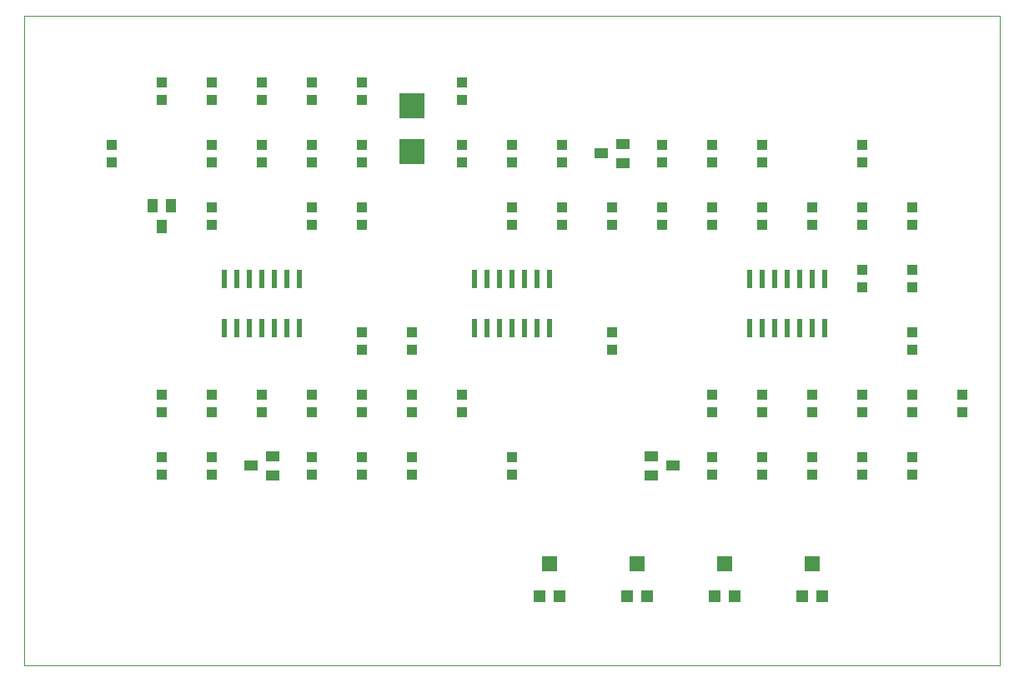
<source format=gtp>
G75*
%MOIN*%
%OFA0B0*%
%FSLAX24Y24*%
%IPPOS*%
%LPD*%
%AMOC8*
5,1,8,0,0,1.08239X$1,22.5*
%
%ADD10C,0.0000*%
%ADD11R,0.0220X0.0780*%
%ADD12R,0.0394X0.0433*%
%ADD13R,0.0591X0.0630*%
%ADD14R,0.0472X0.0472*%
%ADD15R,0.0551X0.0394*%
%ADD16R,0.1000X0.1000*%
%ADD17R,0.0394X0.0551*%
D10*
X000680Y000705D02*
X039680Y000705D01*
X039680Y026705D01*
X000680Y026705D01*
X000680Y026701D02*
X000680Y000705D01*
D11*
X008680Y014235D03*
X009180Y014235D03*
X009680Y014235D03*
X010180Y014235D03*
X010680Y014235D03*
X011180Y014235D03*
X011680Y014235D03*
X011680Y016175D03*
X011180Y016175D03*
X010680Y016175D03*
X010180Y016175D03*
X009680Y016175D03*
X009180Y016175D03*
X008680Y016175D03*
X018680Y016175D03*
X019180Y016175D03*
X019680Y016175D03*
X020180Y016175D03*
X020680Y016175D03*
X021180Y016175D03*
X021680Y016175D03*
X021680Y014235D03*
X021180Y014235D03*
X020680Y014235D03*
X020180Y014235D03*
X019680Y014235D03*
X019180Y014235D03*
X018680Y014235D03*
X029680Y014235D03*
X030180Y014235D03*
X030680Y014235D03*
X031180Y014235D03*
X031680Y014235D03*
X032180Y014235D03*
X032680Y014235D03*
X032680Y016175D03*
X032180Y016175D03*
X031680Y016175D03*
X031180Y016175D03*
X030680Y016175D03*
X030180Y016175D03*
X029680Y016175D03*
D12*
X030180Y018370D03*
X030180Y019040D03*
X028180Y019040D03*
X028180Y018370D03*
X026180Y018370D03*
X026180Y019040D03*
X024180Y019040D03*
X024180Y018370D03*
X022180Y018370D03*
X022180Y019040D03*
X020180Y019040D03*
X020180Y018370D03*
X020180Y020870D03*
X020180Y021540D03*
X022180Y021540D03*
X022180Y020870D03*
X018180Y020870D03*
X018180Y021540D03*
X018180Y023370D03*
X018180Y024040D03*
X014180Y024040D03*
X014180Y023370D03*
X012180Y023370D03*
X012180Y024040D03*
X010180Y024040D03*
X010180Y023370D03*
X008180Y023370D03*
X008180Y024040D03*
X006180Y024040D03*
X006180Y023370D03*
X004180Y021540D03*
X004180Y020870D03*
X008180Y020870D03*
X008180Y021540D03*
X010180Y021540D03*
X010180Y020870D03*
X012180Y020870D03*
X012180Y021540D03*
X014180Y021540D03*
X014180Y020870D03*
X014180Y019040D03*
X014180Y018370D03*
X012180Y018370D03*
X012180Y019040D03*
X008180Y019040D03*
X008180Y018370D03*
X014180Y014040D03*
X014180Y013370D03*
X016180Y013370D03*
X016180Y014040D03*
X016180Y011540D03*
X016180Y010870D03*
X014180Y010870D03*
X014180Y011540D03*
X012180Y011540D03*
X012180Y010870D03*
X010180Y010870D03*
X010180Y011540D03*
X008180Y011540D03*
X008180Y010870D03*
X006180Y010870D03*
X006180Y011540D03*
X006180Y009040D03*
X006180Y008370D03*
X008180Y008370D03*
X008180Y009040D03*
X012180Y009040D03*
X012180Y008370D03*
X014180Y008370D03*
X014180Y009040D03*
X016180Y009040D03*
X016180Y008370D03*
X020180Y008370D03*
X020180Y009040D03*
X018180Y010870D03*
X018180Y011540D03*
X024180Y013370D03*
X024180Y014040D03*
X028180Y011540D03*
X028180Y010870D03*
X030180Y010870D03*
X030180Y011540D03*
X032180Y011540D03*
X032180Y010870D03*
X034180Y010870D03*
X034180Y011540D03*
X036180Y011540D03*
X036180Y010870D03*
X038180Y010870D03*
X038180Y011540D03*
X036180Y013370D03*
X036180Y014040D03*
X036180Y015870D03*
X036180Y016540D03*
X034180Y016540D03*
X034180Y015870D03*
X034180Y018370D03*
X034180Y019040D03*
X032180Y019040D03*
X032180Y018370D03*
X036180Y018370D03*
X036180Y019040D03*
X034180Y020870D03*
X034180Y021540D03*
X030180Y021540D03*
X030180Y020870D03*
X028180Y020870D03*
X028180Y021540D03*
X026180Y021540D03*
X026180Y020870D03*
X028180Y009040D03*
X028180Y008370D03*
X030180Y008370D03*
X030180Y009040D03*
X032180Y009040D03*
X032180Y008370D03*
X034180Y008370D03*
X034180Y009040D03*
X036180Y009040D03*
X036180Y008370D03*
D13*
X032180Y004796D03*
X028680Y004796D03*
X025180Y004796D03*
X021680Y004796D03*
D14*
X021286Y003486D03*
X022074Y003486D03*
X024786Y003486D03*
X025574Y003486D03*
X028286Y003486D03*
X029074Y003486D03*
X031786Y003486D03*
X032574Y003486D03*
D15*
X025747Y008331D03*
X026613Y008705D03*
X025747Y009079D03*
X010613Y009079D03*
X009747Y008705D03*
X010613Y008331D03*
X024613Y020831D03*
X024613Y021579D03*
X023747Y021205D03*
D16*
X016180Y021280D03*
X016180Y023130D03*
D17*
X006554Y019138D03*
X005806Y019138D03*
X006180Y018272D03*
M02*

</source>
